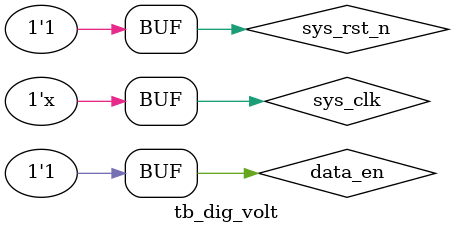
<source format=v>
`timescale  1ns/1ns

module  tb_dig_volt();

reg             sys_clk;
reg             sys_rst_n;
reg     [7:0]   ad_data ;
reg             data_en;
reg     [7:0]   ad_data_reg;

wire            ds    ;
wire            oe    ;
wire            shcp  ;
wire            stcp  ;
wire            ad_clk;
wire            clk_four;

assign clk_four = ~ ad_clk;

initial
    begin
        sys_clk = 1'b1;
        sys_rst_n <= 1'b0;
        #20
        sys_rst_n <= 1'b1;
        data_en <= 1'b0;
        #499990
        data_en <= 1'b1;
    end

always #10 sys_clk = ~sys_clk;

always@(posedge clk_four or negedge sys_rst_n)
    if(sys_rst_n == 1'b0)
        ad_data_reg <= 8'd0;
    else if(data_en == 1'b1)
        ad_data_reg <= ad_data_reg + 1'b1;//generate the ad_data after data_median OK. (0 to 255, means -5 to 5 V)
    else
        ad_data_reg <= 8'd0;

always@(posedge clk_four or negedge sys_rst_n)
    if(sys_rst_n == 1'b0)
        ad_data <= 8'd125;
    else if(data_en == 1'b0)//generate the ad_data for data_median, set to 125.
        ad_data <= 8'd125;
    else if(data_en == 1'b1)
        ad_data <= ad_data_reg;


dig_volt    dig_volt_inst
(
    .sys_clk     (sys_clk  ),
    .sys_rst_n   (sys_rst_n),
    .ad_data     (ad_data  ),
                  
    .ds          (ds       ),
    .oe          (oe       ),
    .shcp        (shcp     ),
    .stcp        (stcp     ),
    .ad_clk      (ad_clk   )
);


endmodule
</source>
